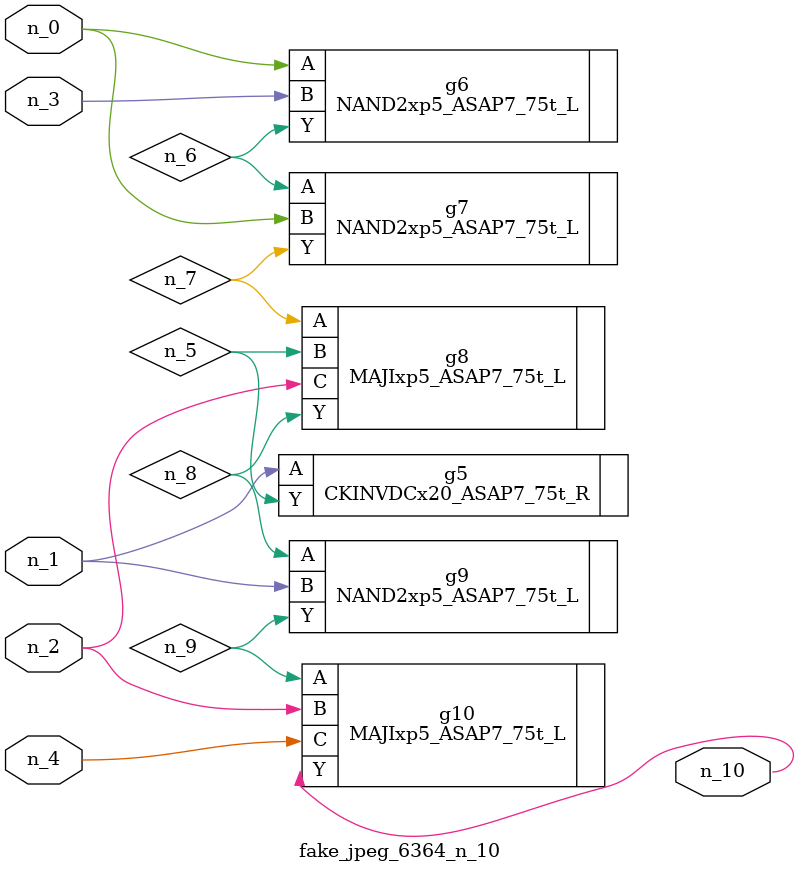
<source format=v>
module fake_jpeg_6364_n_10 (n_3, n_2, n_1, n_0, n_4, n_10);

input n_3;
input n_2;
input n_1;
input n_0;
input n_4;

output n_10;

wire n_8;
wire n_9;
wire n_6;
wire n_5;
wire n_7;

CKINVDCx20_ASAP7_75t_R g5 ( 
.A(n_1),
.Y(n_5)
);

NAND2xp5_ASAP7_75t_L g6 ( 
.A(n_0),
.B(n_3),
.Y(n_6)
);

NAND2xp5_ASAP7_75t_L g7 ( 
.A(n_6),
.B(n_0),
.Y(n_7)
);

MAJIxp5_ASAP7_75t_L g8 ( 
.A(n_7),
.B(n_5),
.C(n_2),
.Y(n_8)
);

NAND2xp5_ASAP7_75t_L g9 ( 
.A(n_8),
.B(n_1),
.Y(n_9)
);

MAJIxp5_ASAP7_75t_L g10 ( 
.A(n_9),
.B(n_2),
.C(n_4),
.Y(n_10)
);


endmodule
</source>
